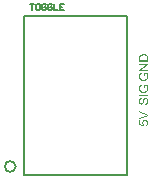
<source format=gto>
G04*
G04 #@! TF.GenerationSoftware,Altium Limited,Altium Designer,19.1.3 (30)*
G04*
G04 Layer_Color=65535*
%FSLAX25Y25*%
%MOIN*%
G70*
G01*
G75*
%ADD10C,0.00787*%
%ADD11C,0.00500*%
G36*
X57000Y34280D02*
Y33860D01*
X53976Y32689D01*
Y33126D01*
X56174Y33913D01*
X56178D01*
X56187Y33917D01*
X56200Y33922D01*
X56218Y33931D01*
X56244Y33935D01*
X56270Y33944D01*
X56336Y33965D01*
X56410Y33992D01*
X56493Y34018D01*
X56668Y34070D01*
X56664D01*
X56655Y34075D01*
X56642Y34079D01*
X56624Y34083D01*
X56576Y34097D01*
X56511Y34118D01*
X56436Y34140D01*
X56353Y34166D01*
X56266Y34197D01*
X56174Y34232D01*
X53976Y35054D01*
Y35460D01*
X57000Y34280D01*
D02*
G37*
G36*
X56047Y32502D02*
X56082Y32497D01*
X56122Y32493D01*
X56170Y32484D01*
X56218Y32475D01*
X56331Y32449D01*
X56449Y32405D01*
X56511Y32379D01*
X56567Y32344D01*
X56629Y32309D01*
X56685Y32265D01*
X56690Y32261D01*
X56703Y32252D01*
X56720Y32235D01*
X56742Y32213D01*
X56768Y32182D01*
X56803Y32147D01*
X56834Y32104D01*
X56869Y32056D01*
X56904Y32003D01*
X56934Y31942D01*
X56965Y31877D01*
X56996Y31807D01*
X57017Y31732D01*
X57035Y31649D01*
X57048Y31562D01*
X57052Y31470D01*
Y31431D01*
X57048Y31400D01*
X57044Y31365D01*
X57039Y31326D01*
X57035Y31278D01*
X57022Y31230D01*
X56996Y31120D01*
X56956Y31011D01*
X56930Y30955D01*
X56899Y30898D01*
X56865Y30845D01*
X56825Y30793D01*
X56821Y30788D01*
X56817Y30780D01*
X56799Y30771D01*
X56782Y30753D01*
X56760Y30732D01*
X56733Y30710D01*
X56699Y30683D01*
X56659Y30662D01*
X56620Y30635D01*
X56572Y30609D01*
X56467Y30561D01*
X56344Y30522D01*
X56279Y30509D01*
X56209Y30500D01*
X56178Y30889D01*
X56183D01*
X56191D01*
X56205Y30893D01*
X56226Y30898D01*
X56275Y30911D01*
X56340Y30928D01*
X56406Y30955D01*
X56480Y30989D01*
X56546Y31033D01*
X56607Y31086D01*
X56611Y31094D01*
X56629Y31112D01*
X56650Y31147D01*
X56677Y31195D01*
X56703Y31247D01*
X56725Y31313D01*
X56742Y31387D01*
X56747Y31470D01*
Y31496D01*
X56742Y31514D01*
X56738Y31566D01*
X56720Y31628D01*
X56699Y31702D01*
X56664Y31776D01*
X56611Y31855D01*
X56581Y31890D01*
X56546Y31925D01*
X56541Y31929D01*
X56537Y31933D01*
X56524Y31942D01*
X56511Y31955D01*
X56463Y31986D01*
X56401Y32021D01*
X56327Y32051D01*
X56235Y32082D01*
X56126Y32104D01*
X56069Y32113D01*
X56008D01*
X56004D01*
X55995D01*
X55977D01*
X55956Y32108D01*
X55929D01*
X55899Y32104D01*
X55829Y32091D01*
X55746Y32069D01*
X55663Y32038D01*
X55584Y31995D01*
X55510Y31933D01*
X55506D01*
X55501Y31925D01*
X55479Y31903D01*
X55449Y31863D01*
X55414Y31811D01*
X55383Y31741D01*
X55352Y31662D01*
X55331Y31571D01*
X55322Y31518D01*
Y31435D01*
X55326Y31400D01*
X55331Y31356D01*
X55344Y31304D01*
X55357Y31252D01*
X55379Y31195D01*
X55405Y31138D01*
X55409Y31134D01*
X55418Y31116D01*
X55440Y31090D01*
X55462Y31055D01*
X55492Y31020D01*
X55532Y30985D01*
X55571Y30946D01*
X55619Y30915D01*
X55571Y30566D01*
X54015Y30858D01*
Y32362D01*
X54369D01*
Y31151D01*
X55186Y30989D01*
X55182Y30994D01*
X55178Y31003D01*
X55169Y31016D01*
X55156Y31038D01*
X55143Y31064D01*
X55125Y31094D01*
X55090Y31164D01*
X55055Y31252D01*
X55025Y31348D01*
X55003Y31453D01*
X54994Y31505D01*
Y31601D01*
X54998Y31628D01*
X55003Y31662D01*
X55007Y31702D01*
X55016Y31745D01*
X55029Y31793D01*
X55060Y31898D01*
X55082Y31955D01*
X55112Y32012D01*
X55143Y32069D01*
X55178Y32126D01*
X55221Y32178D01*
X55269Y32230D01*
X55274Y32235D01*
X55283Y32244D01*
X55296Y32257D01*
X55318Y32274D01*
X55348Y32296D01*
X55379Y32318D01*
X55418Y32344D01*
X55462Y32370D01*
X55510Y32392D01*
X55562Y32418D01*
X55624Y32440D01*
X55685Y32462D01*
X55750Y32480D01*
X55825Y32493D01*
X55899Y32502D01*
X55977Y32506D01*
X55982D01*
X55995D01*
X56017D01*
X56047Y32502D01*
D02*
G37*
G36*
X56585Y44322D02*
X56589Y44313D01*
X56602Y44295D01*
X56620Y44273D01*
X56637Y44247D01*
X56659Y44217D01*
X56685Y44177D01*
X56712Y44138D01*
X56768Y44046D01*
X56830Y43941D01*
X56886Y43832D01*
X56934Y43714D01*
Y43710D01*
X56939Y43701D01*
X56943Y43684D01*
X56952Y43662D01*
X56961Y43631D01*
X56974Y43596D01*
X56982Y43557D01*
X56991Y43518D01*
X57013Y43421D01*
X57035Y43312D01*
X57048Y43194D01*
X57052Y43072D01*
Y43028D01*
X57048Y42998D01*
Y42958D01*
X57044Y42910D01*
X57035Y42858D01*
X57031Y42801D01*
X57004Y42674D01*
X56974Y42539D01*
X56926Y42399D01*
X56899Y42329D01*
X56865Y42259D01*
X56860Y42255D01*
X56856Y42241D01*
X56843Y42224D01*
X56830Y42198D01*
X56808Y42167D01*
X56786Y42137D01*
X56725Y42053D01*
X56646Y41966D01*
X56550Y41874D01*
X56441Y41787D01*
X56314Y41708D01*
X56309D01*
X56296Y41700D01*
X56279Y41691D01*
X56248Y41678D01*
X56218Y41665D01*
X56174Y41651D01*
X56130Y41634D01*
X56078Y41616D01*
X56021Y41599D01*
X55956Y41582D01*
X55890Y41568D01*
X55820Y41555D01*
X55667Y41533D01*
X55506Y41525D01*
X55501D01*
X55484D01*
X55462D01*
X55431Y41529D01*
X55392D01*
X55344Y41533D01*
X55296Y41542D01*
X55239Y41547D01*
X55178Y41560D01*
X55112Y41568D01*
X54972Y41603D01*
X54828Y41647D01*
X54684Y41708D01*
X54680Y41713D01*
X54666Y41717D01*
X54649Y41726D01*
X54623Y41743D01*
X54588Y41761D01*
X54553Y41783D01*
X54470Y41844D01*
X54374Y41918D01*
X54282Y42010D01*
X54190Y42115D01*
X54151Y42176D01*
X54111Y42237D01*
X54107Y42241D01*
X54103Y42255D01*
X54094Y42272D01*
X54081Y42298D01*
X54068Y42333D01*
X54050Y42373D01*
X54033Y42416D01*
X54015Y42469D01*
X53998Y42526D01*
X53985Y42587D01*
X53967Y42652D01*
X53954Y42722D01*
X53932Y42875D01*
X53923Y42954D01*
Y43094D01*
X53928Y43120D01*
Y43155D01*
X53937Y43238D01*
X53950Y43330D01*
X53972Y43426D01*
X53998Y43531D01*
X54033Y43631D01*
Y43635D01*
X54037Y43644D01*
X54041Y43657D01*
X54050Y43675D01*
X54076Y43723D01*
X54107Y43784D01*
X54151Y43850D01*
X54203Y43920D01*
X54260Y43985D01*
X54330Y44046D01*
X54339Y44055D01*
X54365Y44072D01*
X54404Y44099D01*
X54461Y44134D01*
X54531Y44169D01*
X54618Y44208D01*
X54715Y44247D01*
X54824Y44278D01*
X54920Y43915D01*
X54915D01*
X54911Y43911D01*
X54898Y43906D01*
X54881Y43902D01*
X54841Y43889D01*
X54789Y43872D01*
X54728Y43845D01*
X54671Y43815D01*
X54610Y43784D01*
X54557Y43745D01*
X54553Y43740D01*
X54535Y43727D01*
X54514Y43701D01*
X54483Y43670D01*
X54448Y43631D01*
X54413Y43579D01*
X54378Y43522D01*
X54347Y43456D01*
X54343Y43448D01*
X54334Y43426D01*
X54321Y43386D01*
X54304Y43334D01*
X54291Y43273D01*
X54277Y43203D01*
X54269Y43124D01*
X54264Y43041D01*
Y42993D01*
X54269Y42971D01*
Y42945D01*
X54273Y42880D01*
X54286Y42805D01*
X54299Y42722D01*
X54321Y42643D01*
X54352Y42565D01*
X54356Y42556D01*
X54365Y42530D01*
X54387Y42495D01*
X54409Y42451D01*
X54444Y42399D01*
X54479Y42342D01*
X54522Y42290D01*
X54570Y42241D01*
X54575Y42237D01*
X54592Y42220D01*
X54623Y42198D01*
X54658Y42171D01*
X54701Y42141D01*
X54754Y42110D01*
X54811Y42080D01*
X54872Y42049D01*
X54876D01*
X54885Y42045D01*
X54898Y42040D01*
X54920Y42032D01*
X54946Y42023D01*
X54977Y42014D01*
X55012Y42001D01*
X55051Y41992D01*
X55143Y41971D01*
X55248Y41953D01*
X55357Y41940D01*
X55479Y41936D01*
X55484D01*
X55497D01*
X55519D01*
X55545Y41940D01*
X55580D01*
X55624Y41944D01*
X55667Y41949D01*
X55715Y41953D01*
X55825Y41971D01*
X55938Y41992D01*
X56052Y42027D01*
X56161Y42071D01*
X56165D01*
X56174Y42080D01*
X56187Y42084D01*
X56205Y42097D01*
X56253Y42128D01*
X56314Y42176D01*
X56379Y42233D01*
X56445Y42303D01*
X56506Y42386D01*
X56563Y42477D01*
Y42482D01*
X56567Y42491D01*
X56576Y42504D01*
X56585Y42526D01*
X56594Y42547D01*
X56602Y42578D01*
X56629Y42648D01*
X56650Y42735D01*
X56672Y42831D01*
X56690Y42936D01*
X56694Y43045D01*
Y43089D01*
X56690Y43115D01*
Y43142D01*
X56681Y43207D01*
X56672Y43286D01*
X56655Y43369D01*
X56629Y43461D01*
X56598Y43552D01*
Y43557D01*
X56594Y43566D01*
X56589Y43574D01*
X56581Y43592D01*
X56559Y43640D01*
X56532Y43692D01*
X56502Y43753D01*
X56467Y43819D01*
X56428Y43880D01*
X56384Y43933D01*
X55816D01*
Y43041D01*
X55457D01*
Y44326D01*
X56581D01*
X56585Y44322D01*
D02*
G37*
G36*
X57000Y40520D02*
X53976D01*
Y40922D01*
X57000D01*
Y40520D01*
D02*
G37*
G36*
X56240Y39895D02*
X56301Y39886D01*
X56371Y39869D01*
X56445Y39847D01*
X56524Y39812D01*
X56607Y39764D01*
X56611D01*
X56615Y39759D01*
X56642Y39737D01*
X56681Y39707D01*
X56725Y39663D01*
X56777Y39606D01*
X56834Y39536D01*
X56886Y39458D01*
X56934Y39366D01*
Y39362D01*
X56939Y39353D01*
X56943Y39340D01*
X56952Y39322D01*
X56961Y39296D01*
X56974Y39265D01*
X56991Y39196D01*
X57013Y39112D01*
X57035Y39012D01*
X57048Y38903D01*
X57052Y38785D01*
Y38715D01*
X57048Y38680D01*
Y38641D01*
X57044Y38597D01*
X57039Y38544D01*
X57022Y38435D01*
X57004Y38322D01*
X56974Y38208D01*
X56934Y38099D01*
Y38094D01*
X56930Y38086D01*
X56921Y38072D01*
X56913Y38055D01*
X56886Y38003D01*
X56847Y37941D01*
X56795Y37871D01*
X56733Y37797D01*
X56659Y37727D01*
X56576Y37662D01*
X56572D01*
X56563Y37653D01*
X56550Y37649D01*
X56532Y37635D01*
X56511Y37627D01*
X56484Y37614D01*
X56419Y37583D01*
X56336Y37552D01*
X56244Y37526D01*
X56139Y37509D01*
X56030Y37500D01*
X55995Y37876D01*
X55999D01*
X56004D01*
X56017Y37880D01*
X56034D01*
X56074Y37889D01*
X56130Y37902D01*
X56187Y37920D01*
X56253Y37937D01*
X56314Y37968D01*
X56371Y37998D01*
X56375Y38003D01*
X56393Y38016D01*
X56423Y38037D01*
X56454Y38072D01*
X56493Y38116D01*
X56532Y38164D01*
X56572Y38230D01*
X56607Y38300D01*
Y38304D01*
X56611Y38308D01*
X56615Y38322D01*
X56620Y38335D01*
X56633Y38378D01*
X56650Y38435D01*
X56668Y38505D01*
X56681Y38584D01*
X56690Y38671D01*
X56694Y38767D01*
Y38807D01*
X56690Y38850D01*
X56685Y38903D01*
X56677Y38964D01*
X56668Y39034D01*
X56650Y39104D01*
X56629Y39169D01*
X56624Y39178D01*
X56615Y39200D01*
X56598Y39230D01*
X56581Y39270D01*
X56550Y39309D01*
X56519Y39353D01*
X56484Y39397D01*
X56441Y39432D01*
X56436Y39436D01*
X56419Y39445D01*
X56397Y39458D01*
X56362Y39475D01*
X56327Y39493D01*
X56283Y39506D01*
X56235Y39515D01*
X56183Y39519D01*
X56178D01*
X56157D01*
X56130Y39515D01*
X56095Y39510D01*
X56060Y39497D01*
X56017Y39484D01*
X55973Y39462D01*
X55934Y39432D01*
X55929Y39427D01*
X55916Y39414D01*
X55899Y39397D01*
X55872Y39366D01*
X55846Y39331D01*
X55816Y39283D01*
X55785Y39226D01*
X55759Y39161D01*
X55755Y39156D01*
X55750Y39134D01*
X55737Y39099D01*
X55733Y39078D01*
X55724Y39047D01*
X55711Y39016D01*
X55702Y38977D01*
X55689Y38933D01*
X55676Y38881D01*
X55663Y38829D01*
X55645Y38767D01*
X55628Y38697D01*
X55610Y38623D01*
Y38619D01*
X55606Y38606D01*
X55602Y38584D01*
X55593Y38557D01*
X55584Y38523D01*
X55575Y38483D01*
X55549Y38396D01*
X55519Y38300D01*
X55488Y38199D01*
X55457Y38112D01*
X55440Y38072D01*
X55422Y38037D01*
Y38033D01*
X55418Y38029D01*
X55401Y38003D01*
X55379Y37963D01*
X55344Y37920D01*
X55304Y37867D01*
X55256Y37815D01*
X55200Y37762D01*
X55138Y37718D01*
X55130Y37714D01*
X55108Y37701D01*
X55073Y37683D01*
X55029Y37666D01*
X54972Y37649D01*
X54907Y37631D01*
X54837Y37618D01*
X54763Y37614D01*
X54758D01*
X54754D01*
X54741D01*
X54723D01*
X54680Y37622D01*
X54623Y37631D01*
X54557Y37644D01*
X54483Y37666D01*
X54409Y37697D01*
X54334Y37740D01*
X54330D01*
X54326Y37745D01*
X54299Y37767D01*
X54264Y37797D01*
X54221Y37837D01*
X54173Y37889D01*
X54120Y37955D01*
X54072Y38033D01*
X54028Y38120D01*
Y38125D01*
X54024Y38134D01*
X54020Y38147D01*
X54011Y38164D01*
X54002Y38186D01*
X53993Y38217D01*
X53976Y38282D01*
X53958Y38365D01*
X53941Y38461D01*
X53928Y38562D01*
X53923Y38675D01*
Y38732D01*
X53928Y38763D01*
Y38794D01*
X53937Y38877D01*
X53950Y38968D01*
X53972Y39064D01*
X53998Y39169D01*
X54033Y39265D01*
Y39270D01*
X54037Y39279D01*
X54046Y39292D01*
X54055Y39309D01*
X54076Y39353D01*
X54116Y39410D01*
X54159Y39475D01*
X54216Y39541D01*
X54282Y39602D01*
X54356Y39659D01*
X54361D01*
X54365Y39663D01*
X54378Y39672D01*
X54391Y39681D01*
X54435Y39702D01*
X54492Y39729D01*
X54562Y39759D01*
X54645Y39781D01*
X54732Y39803D01*
X54828Y39812D01*
X54859Y39427D01*
X54854D01*
X54846D01*
X54833Y39423D01*
X54811Y39418D01*
X54763Y39405D01*
X54697Y39388D01*
X54627Y39362D01*
X54557Y39322D01*
X54492Y39274D01*
X54430Y39213D01*
X54426Y39204D01*
X54409Y39182D01*
X54382Y39139D01*
X54356Y39082D01*
X54330Y39008D01*
X54304Y38920D01*
X54286Y38811D01*
X54282Y38689D01*
Y38627D01*
X54286Y38601D01*
X54291Y38566D01*
X54299Y38488D01*
X54317Y38400D01*
X54339Y38313D01*
X54374Y38230D01*
X54396Y38195D01*
X54417Y38160D01*
X54422Y38151D01*
X54439Y38134D01*
X54470Y38107D01*
X54505Y38081D01*
X54553Y38051D01*
X54605Y38024D01*
X54666Y38007D01*
X54736Y37998D01*
X54745D01*
X54763D01*
X54793Y38003D01*
X54828Y38011D01*
X54872Y38024D01*
X54915Y38046D01*
X54959Y38072D01*
X55003Y38112D01*
X55007Y38116D01*
X55020Y38138D01*
X55033Y38155D01*
X55042Y38173D01*
X55055Y38199D01*
X55073Y38230D01*
X55086Y38269D01*
X55103Y38313D01*
X55121Y38361D01*
X55143Y38418D01*
X55160Y38479D01*
X55182Y38549D01*
X55200Y38627D01*
X55221Y38715D01*
Y38719D01*
X55226Y38737D01*
X55230Y38763D01*
X55239Y38794D01*
X55248Y38833D01*
X55261Y38881D01*
X55274Y38929D01*
X55287Y38981D01*
X55318Y39095D01*
X55348Y39204D01*
X55366Y39257D01*
X55383Y39305D01*
X55396Y39349D01*
X55414Y39384D01*
Y39388D01*
X55418Y39397D01*
X55427Y39410D01*
X55436Y39427D01*
X55462Y39475D01*
X55497Y39532D01*
X55545Y39598D01*
X55597Y39663D01*
X55658Y39724D01*
X55724Y39777D01*
X55733Y39781D01*
X55755Y39799D01*
X55794Y39816D01*
X55846Y39842D01*
X55907Y39864D01*
X55982Y39886D01*
X56065Y39899D01*
X56152Y39904D01*
X56157D01*
X56161D01*
X56174D01*
X56191D01*
X56240Y39895D01*
D02*
G37*
G36*
X55562Y54437D02*
X55597D01*
X55680Y54432D01*
X55776Y54419D01*
X55877Y54406D01*
X55982Y54384D01*
X56087Y54358D01*
X56091D01*
X56100Y54354D01*
X56113Y54349D01*
X56130Y54345D01*
X56178Y54327D01*
X56240Y54301D01*
X56309Y54275D01*
X56379Y54240D01*
X56454Y54196D01*
X56524Y54153D01*
X56532Y54148D01*
X56554Y54131D01*
X56585Y54105D01*
X56624Y54070D01*
X56668Y54030D01*
X56712Y53982D01*
X56760Y53934D01*
X56799Y53877D01*
X56803Y53869D01*
X56817Y53851D01*
X56834Y53821D01*
X56856Y53777D01*
X56882Y53724D01*
X56904Y53663D01*
X56930Y53593D01*
X56952Y53515D01*
Y53506D01*
X56956Y53493D01*
X56961Y53480D01*
X56965Y53436D01*
X56974Y53375D01*
X56982Y53305D01*
X56991Y53222D01*
X56996Y53130D01*
X57000Y53030D01*
Y51941D01*
X53976D01*
Y53104D01*
X53980Y53183D01*
X53985Y53270D01*
X53993Y53357D01*
X54007Y53445D01*
X54020Y53519D01*
Y53523D01*
X54024Y53532D01*
Y53545D01*
X54033Y53563D01*
X54046Y53611D01*
X54068Y53672D01*
X54098Y53742D01*
X54138Y53816D01*
X54181Y53890D01*
X54238Y53960D01*
X54242Y53965D01*
X54247Y53969D01*
X54260Y53982D01*
X54273Y54000D01*
X54317Y54043D01*
X54378Y54096D01*
X54452Y54153D01*
X54540Y54214D01*
X54640Y54271D01*
X54754Y54319D01*
X54758D01*
X54767Y54323D01*
X54784Y54332D01*
X54811Y54336D01*
X54841Y54349D01*
X54876Y54358D01*
X54915Y54367D01*
X54964Y54380D01*
X55012Y54393D01*
X55068Y54402D01*
X55191Y54423D01*
X55326Y54437D01*
X55475Y54441D01*
X55479D01*
X55488D01*
X55510D01*
X55532D01*
X55562Y54437D01*
D02*
G37*
G36*
X57000Y50853D02*
X54627Y49271D01*
X57000D01*
Y48887D01*
X53976D01*
Y49297D01*
X56353Y50884D01*
X53976D01*
Y51268D01*
X57000D01*
Y50853D01*
D02*
G37*
G36*
X56585Y48297D02*
X56589Y48288D01*
X56602Y48271D01*
X56620Y48249D01*
X56637Y48223D01*
X56659Y48192D01*
X56685Y48153D01*
X56712Y48113D01*
X56768Y48022D01*
X56830Y47917D01*
X56886Y47807D01*
X56934Y47689D01*
Y47685D01*
X56939Y47676D01*
X56943Y47659D01*
X56952Y47637D01*
X56961Y47606D01*
X56974Y47571D01*
X56982Y47532D01*
X56991Y47493D01*
X57013Y47397D01*
X57035Y47287D01*
X57048Y47169D01*
X57052Y47047D01*
Y47003D01*
X57048Y46973D01*
Y46933D01*
X57044Y46885D01*
X57035Y46833D01*
X57031Y46776D01*
X57004Y46649D01*
X56974Y46514D01*
X56926Y46374D01*
X56899Y46304D01*
X56865Y46234D01*
X56860Y46230D01*
X56856Y46217D01*
X56843Y46199D01*
X56830Y46173D01*
X56808Y46142D01*
X56786Y46112D01*
X56725Y46029D01*
X56646Y45941D01*
X56550Y45850D01*
X56441Y45762D01*
X56314Y45684D01*
X56309D01*
X56296Y45675D01*
X56279Y45666D01*
X56248Y45653D01*
X56218Y45640D01*
X56174Y45627D01*
X56130Y45609D01*
X56078Y45592D01*
X56021Y45574D01*
X55956Y45557D01*
X55890Y45544D01*
X55820Y45531D01*
X55667Y45509D01*
X55506Y45500D01*
X55501D01*
X55484D01*
X55462D01*
X55431Y45504D01*
X55392D01*
X55344Y45509D01*
X55296Y45518D01*
X55239Y45522D01*
X55178Y45535D01*
X55112Y45544D01*
X54972Y45579D01*
X54828Y45622D01*
X54684Y45684D01*
X54680Y45688D01*
X54666Y45692D01*
X54649Y45701D01*
X54623Y45719D01*
X54588Y45736D01*
X54553Y45758D01*
X54470Y45819D01*
X54374Y45893D01*
X54282Y45985D01*
X54190Y46090D01*
X54151Y46151D01*
X54111Y46212D01*
X54107Y46217D01*
X54103Y46230D01*
X54094Y46247D01*
X54081Y46273D01*
X54068Y46308D01*
X54050Y46348D01*
X54033Y46391D01*
X54015Y46444D01*
X53998Y46501D01*
X53985Y46562D01*
X53967Y46628D01*
X53954Y46697D01*
X53932Y46850D01*
X53923Y46929D01*
Y47069D01*
X53928Y47095D01*
Y47130D01*
X53937Y47213D01*
X53950Y47305D01*
X53972Y47401D01*
X53998Y47506D01*
X54033Y47606D01*
Y47611D01*
X54037Y47620D01*
X54041Y47633D01*
X54050Y47650D01*
X54076Y47698D01*
X54107Y47759D01*
X54151Y47825D01*
X54203Y47895D01*
X54260Y47960D01*
X54330Y48022D01*
X54339Y48030D01*
X54365Y48048D01*
X54404Y48074D01*
X54461Y48109D01*
X54531Y48144D01*
X54618Y48183D01*
X54715Y48223D01*
X54824Y48253D01*
X54920Y47890D01*
X54915D01*
X54911Y47886D01*
X54898Y47882D01*
X54881Y47877D01*
X54841Y47864D01*
X54789Y47847D01*
X54728Y47820D01*
X54671Y47790D01*
X54610Y47759D01*
X54557Y47720D01*
X54553Y47716D01*
X54535Y47703D01*
X54514Y47676D01*
X54483Y47646D01*
X54448Y47606D01*
X54413Y47554D01*
X54378Y47497D01*
X54347Y47431D01*
X54343Y47423D01*
X54334Y47401D01*
X54321Y47362D01*
X54304Y47309D01*
X54291Y47248D01*
X54277Y47178D01*
X54269Y47099D01*
X54264Y47016D01*
Y46968D01*
X54269Y46946D01*
Y46920D01*
X54273Y46855D01*
X54286Y46780D01*
X54299Y46697D01*
X54321Y46619D01*
X54352Y46540D01*
X54356Y46531D01*
X54365Y46505D01*
X54387Y46470D01*
X54409Y46426D01*
X54444Y46374D01*
X54479Y46317D01*
X54522Y46265D01*
X54570Y46217D01*
X54575Y46212D01*
X54592Y46195D01*
X54623Y46173D01*
X54658Y46147D01*
X54701Y46116D01*
X54754Y46086D01*
X54811Y46055D01*
X54872Y46024D01*
X54876D01*
X54885Y46020D01*
X54898Y46016D01*
X54920Y46007D01*
X54946Y45998D01*
X54977Y45989D01*
X55012Y45976D01*
X55051Y45968D01*
X55143Y45946D01*
X55248Y45928D01*
X55357Y45915D01*
X55479Y45911D01*
X55484D01*
X55497D01*
X55519D01*
X55545Y45915D01*
X55580D01*
X55624Y45919D01*
X55667Y45924D01*
X55715Y45928D01*
X55825Y45946D01*
X55938Y45968D01*
X56052Y46003D01*
X56161Y46046D01*
X56165D01*
X56174Y46055D01*
X56187Y46059D01*
X56205Y46073D01*
X56253Y46103D01*
X56314Y46151D01*
X56379Y46208D01*
X56445Y46278D01*
X56506Y46361D01*
X56563Y46453D01*
Y46457D01*
X56567Y46466D01*
X56576Y46479D01*
X56585Y46501D01*
X56594Y46523D01*
X56602Y46553D01*
X56629Y46623D01*
X56650Y46711D01*
X56672Y46807D01*
X56690Y46911D01*
X56694Y47021D01*
Y47065D01*
X56690Y47091D01*
Y47117D01*
X56681Y47183D01*
X56672Y47261D01*
X56655Y47344D01*
X56629Y47436D01*
X56598Y47528D01*
Y47532D01*
X56594Y47541D01*
X56589Y47550D01*
X56581Y47567D01*
X56559Y47615D01*
X56532Y47668D01*
X56502Y47729D01*
X56467Y47794D01*
X56428Y47855D01*
X56384Y47908D01*
X55816D01*
Y47016D01*
X55457D01*
Y48301D01*
X56581D01*
X56585Y48297D01*
D02*
G37*
%LPC*%
G36*
X55466Y54030D02*
X55462D01*
X55444D01*
X55422D01*
X55388Y54026D01*
X55348D01*
X55304Y54022D01*
X55252Y54017D01*
X55200Y54013D01*
X55082Y53991D01*
X54959Y53965D01*
X54846Y53925D01*
X54789Y53899D01*
X54741Y53873D01*
X54736D01*
X54728Y53864D01*
X54715Y53855D01*
X54697Y53847D01*
X54653Y53812D01*
X54601Y53768D01*
X54544Y53711D01*
X54487Y53646D01*
X54439Y53571D01*
X54400Y53493D01*
X54396Y53484D01*
X54391Y53462D01*
X54378Y53423D01*
X54365Y53366D01*
X54356Y53296D01*
X54343Y53209D01*
X54339Y53156D01*
Y53099D01*
X54334Y53043D01*
Y52343D01*
X56642D01*
Y53060D01*
X56637Y53091D01*
X56633Y53156D01*
X56629Y53231D01*
X56620Y53309D01*
X56607Y53388D01*
X56589Y53453D01*
X56585Y53462D01*
X56581Y53484D01*
X56567Y53515D01*
X56550Y53554D01*
X56524Y53598D01*
X56498Y53641D01*
X56467Y53685D01*
X56432Y53729D01*
X56423Y53733D01*
X56406Y53751D01*
X56375Y53777D01*
X56331Y53807D01*
X56275Y53842D01*
X56209Y53882D01*
X56135Y53917D01*
X56052Y53947D01*
X56047D01*
X56039Y53952D01*
X56025Y53956D01*
X56008Y53960D01*
X55986Y53965D01*
X55956Y53973D01*
X55925Y53982D01*
X55890Y53991D01*
X55803Y54004D01*
X55702Y54017D01*
X55589Y54026D01*
X55466Y54030D01*
D02*
G37*
%LPD*%
D10*
X12803Y17000D02*
G03*
X12803Y17000I-1803J0D01*
G01*
X50000Y37500D02*
Y67000D01*
X15500D02*
X50000D01*
X15500Y14000D02*
Y67000D01*
Y14000D02*
X50000D01*
Y37500D01*
D11*
X17500Y70999D02*
X18833D01*
X18167D01*
Y69000D01*
X20499Y70999D02*
X19833D01*
X19499Y70666D01*
Y69333D01*
X19833Y69000D01*
X20499D01*
X20832Y69333D01*
Y70666D01*
X20499Y70999D01*
X22832Y70666D02*
X22498Y70999D01*
X21832D01*
X21499Y70666D01*
Y69333D01*
X21832Y69000D01*
X22498D01*
X22832Y69333D01*
Y70000D01*
X22165D01*
X24831Y70666D02*
X24498Y70999D01*
X23831D01*
X23498Y70666D01*
Y69333D01*
X23831Y69000D01*
X24498D01*
X24831Y69333D01*
Y70000D01*
X24164D01*
X25497Y70999D02*
Y69000D01*
X26830D01*
X28830Y70999D02*
X27497D01*
Y69000D01*
X28830D01*
X27497Y70000D02*
X28163D01*
M02*

</source>
